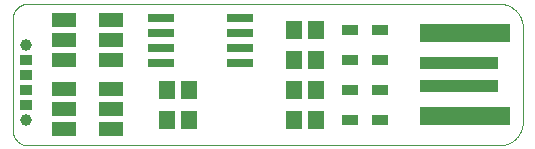
<source format=gts>
G75*
%MOIN*%
%OFA0B0*%
%FSLAX25Y25*%
%IPPOS*%
%LPD*%
%AMOC8*
5,1,8,0,0,1.08239X$1,22.5*
%
%ADD10C,0.00000*%
%ADD11R,0.05518X0.06306*%
%ADD12R,0.05715X0.03550*%
%ADD13R,0.09100X0.02800*%
%ADD14R,0.08274X0.04731*%
%ADD15R,0.03900X0.03600*%
%ADD16C,0.03900*%
%ADD17R,0.29928X0.06306*%
%ADD18R,0.25991X0.04337*%
D10*
X0011800Y0006800D02*
X0168926Y0006800D01*
X0169116Y0006802D01*
X0169306Y0006809D01*
X0169496Y0006821D01*
X0169686Y0006837D01*
X0169875Y0006857D01*
X0170064Y0006883D01*
X0170252Y0006912D01*
X0170439Y0006947D01*
X0170625Y0006986D01*
X0170810Y0007029D01*
X0170995Y0007077D01*
X0171178Y0007129D01*
X0171359Y0007185D01*
X0171539Y0007246D01*
X0171718Y0007312D01*
X0171895Y0007381D01*
X0172071Y0007455D01*
X0172244Y0007533D01*
X0172416Y0007616D01*
X0172585Y0007702D01*
X0172753Y0007792D01*
X0172918Y0007887D01*
X0173081Y0007985D01*
X0173241Y0008088D01*
X0173399Y0008194D01*
X0173554Y0008304D01*
X0173707Y0008417D01*
X0173857Y0008535D01*
X0174003Y0008656D01*
X0174147Y0008780D01*
X0174288Y0008908D01*
X0174426Y0009039D01*
X0174561Y0009174D01*
X0174692Y0009312D01*
X0174820Y0009453D01*
X0174944Y0009597D01*
X0175065Y0009743D01*
X0175183Y0009893D01*
X0175296Y0010046D01*
X0175406Y0010201D01*
X0175512Y0010359D01*
X0175615Y0010519D01*
X0175713Y0010682D01*
X0175808Y0010847D01*
X0175898Y0011015D01*
X0175984Y0011184D01*
X0176067Y0011356D01*
X0176145Y0011529D01*
X0176219Y0011705D01*
X0176288Y0011882D01*
X0176354Y0012061D01*
X0176415Y0012241D01*
X0176471Y0012422D01*
X0176523Y0012605D01*
X0176571Y0012790D01*
X0176614Y0012975D01*
X0176653Y0013161D01*
X0176688Y0013348D01*
X0176717Y0013536D01*
X0176743Y0013725D01*
X0176763Y0013914D01*
X0176779Y0014104D01*
X0176791Y0014294D01*
X0176798Y0014484D01*
X0176800Y0014674D01*
X0176800Y0046170D01*
X0176798Y0046360D01*
X0176791Y0046550D01*
X0176779Y0046740D01*
X0176763Y0046930D01*
X0176743Y0047119D01*
X0176717Y0047308D01*
X0176688Y0047496D01*
X0176653Y0047683D01*
X0176614Y0047869D01*
X0176571Y0048054D01*
X0176523Y0048239D01*
X0176471Y0048422D01*
X0176415Y0048603D01*
X0176354Y0048783D01*
X0176288Y0048962D01*
X0176219Y0049139D01*
X0176145Y0049315D01*
X0176067Y0049488D01*
X0175984Y0049660D01*
X0175898Y0049829D01*
X0175808Y0049997D01*
X0175713Y0050162D01*
X0175615Y0050325D01*
X0175512Y0050485D01*
X0175406Y0050643D01*
X0175296Y0050798D01*
X0175183Y0050951D01*
X0175065Y0051101D01*
X0174944Y0051247D01*
X0174820Y0051391D01*
X0174692Y0051532D01*
X0174561Y0051670D01*
X0174426Y0051805D01*
X0174288Y0051936D01*
X0174147Y0052064D01*
X0174003Y0052188D01*
X0173857Y0052309D01*
X0173707Y0052427D01*
X0173554Y0052540D01*
X0173399Y0052650D01*
X0173241Y0052756D01*
X0173081Y0052859D01*
X0172918Y0052957D01*
X0172753Y0053052D01*
X0172585Y0053142D01*
X0172416Y0053228D01*
X0172244Y0053311D01*
X0172071Y0053389D01*
X0171895Y0053463D01*
X0171718Y0053532D01*
X0171539Y0053598D01*
X0171359Y0053659D01*
X0171178Y0053715D01*
X0170995Y0053767D01*
X0170810Y0053815D01*
X0170625Y0053858D01*
X0170439Y0053897D01*
X0170252Y0053932D01*
X0170064Y0053961D01*
X0169875Y0053987D01*
X0169686Y0054007D01*
X0169496Y0054023D01*
X0169306Y0054035D01*
X0169116Y0054042D01*
X0168926Y0054044D01*
X0011800Y0054044D01*
X0011660Y0054042D01*
X0011520Y0054036D01*
X0011380Y0054026D01*
X0011240Y0054013D01*
X0011101Y0053995D01*
X0010962Y0053973D01*
X0010825Y0053948D01*
X0010687Y0053919D01*
X0010551Y0053886D01*
X0010416Y0053849D01*
X0010282Y0053808D01*
X0010149Y0053763D01*
X0010017Y0053715D01*
X0009887Y0053663D01*
X0009758Y0053608D01*
X0009631Y0053549D01*
X0009505Y0053486D01*
X0009381Y0053420D01*
X0009260Y0053351D01*
X0009140Y0053278D01*
X0009022Y0053201D01*
X0008907Y0053122D01*
X0008793Y0053039D01*
X0008683Y0052953D01*
X0008574Y0052864D01*
X0008468Y0052772D01*
X0008365Y0052677D01*
X0008264Y0052580D01*
X0008167Y0052479D01*
X0008072Y0052376D01*
X0007980Y0052270D01*
X0007891Y0052161D01*
X0007805Y0052051D01*
X0007722Y0051937D01*
X0007643Y0051822D01*
X0007566Y0051704D01*
X0007493Y0051584D01*
X0007424Y0051463D01*
X0007358Y0051339D01*
X0007295Y0051213D01*
X0007236Y0051086D01*
X0007181Y0050957D01*
X0007129Y0050827D01*
X0007081Y0050695D01*
X0007036Y0050562D01*
X0006995Y0050428D01*
X0006958Y0050293D01*
X0006925Y0050157D01*
X0006896Y0050019D01*
X0006871Y0049882D01*
X0006849Y0049743D01*
X0006831Y0049604D01*
X0006818Y0049464D01*
X0006808Y0049324D01*
X0006802Y0049184D01*
X0006800Y0049044D01*
X0006800Y0011800D01*
X0006802Y0011660D01*
X0006808Y0011520D01*
X0006818Y0011380D01*
X0006831Y0011240D01*
X0006849Y0011101D01*
X0006871Y0010962D01*
X0006896Y0010825D01*
X0006925Y0010687D01*
X0006958Y0010551D01*
X0006995Y0010416D01*
X0007036Y0010282D01*
X0007081Y0010149D01*
X0007129Y0010017D01*
X0007181Y0009887D01*
X0007236Y0009758D01*
X0007295Y0009631D01*
X0007358Y0009505D01*
X0007424Y0009381D01*
X0007493Y0009260D01*
X0007566Y0009140D01*
X0007643Y0009022D01*
X0007722Y0008907D01*
X0007805Y0008793D01*
X0007891Y0008683D01*
X0007980Y0008574D01*
X0008072Y0008468D01*
X0008167Y0008365D01*
X0008264Y0008264D01*
X0008365Y0008167D01*
X0008468Y0008072D01*
X0008574Y0007980D01*
X0008683Y0007891D01*
X0008793Y0007805D01*
X0008907Y0007722D01*
X0009022Y0007643D01*
X0009140Y0007566D01*
X0009260Y0007493D01*
X0009381Y0007424D01*
X0009505Y0007358D01*
X0009631Y0007295D01*
X0009758Y0007236D01*
X0009887Y0007181D01*
X0010017Y0007129D01*
X0010149Y0007081D01*
X0010282Y0007036D01*
X0010416Y0006995D01*
X0010551Y0006958D01*
X0010687Y0006925D01*
X0010825Y0006896D01*
X0010962Y0006871D01*
X0011101Y0006849D01*
X0011240Y0006831D01*
X0011380Y0006818D01*
X0011520Y0006808D01*
X0011660Y0006802D01*
X0011800Y0006800D01*
D11*
X0058060Y0015422D03*
X0065540Y0015422D03*
X0065540Y0025422D03*
X0058060Y0025422D03*
X0100560Y0025422D03*
X0108040Y0025422D03*
X0108040Y0015422D03*
X0100560Y0015422D03*
X0100560Y0035422D03*
X0108040Y0035422D03*
X0108040Y0045422D03*
X0100560Y0045422D03*
D12*
X0119300Y0045422D03*
X0129300Y0045422D03*
X0129300Y0035422D03*
X0119300Y0035422D03*
X0119300Y0025422D03*
X0129300Y0025422D03*
X0129300Y0015422D03*
X0119300Y0015422D03*
D13*
X0082600Y0034422D03*
X0082600Y0039422D03*
X0082600Y0044422D03*
X0082600Y0049422D03*
X0056100Y0049422D03*
X0056100Y0044422D03*
X0056100Y0039422D03*
X0056100Y0034422D03*
D14*
X0039674Y0035229D03*
X0023926Y0035229D03*
X0023926Y0041922D03*
X0039674Y0041922D03*
X0039674Y0048615D03*
X0023926Y0048615D03*
X0023926Y0025515D03*
X0039674Y0025515D03*
X0039674Y0018822D03*
X0023926Y0018822D03*
X0023926Y0012129D03*
X0039674Y0012129D03*
D15*
X0011300Y0020422D03*
X0011300Y0025422D03*
X0011300Y0030422D03*
X0011300Y0035422D03*
D16*
X0011300Y0040422D03*
X0011300Y0015422D03*
D17*
X0157587Y0016642D03*
X0157587Y0044202D03*
D18*
X0155619Y0034359D03*
X0155619Y0026485D03*
M02*

</source>
